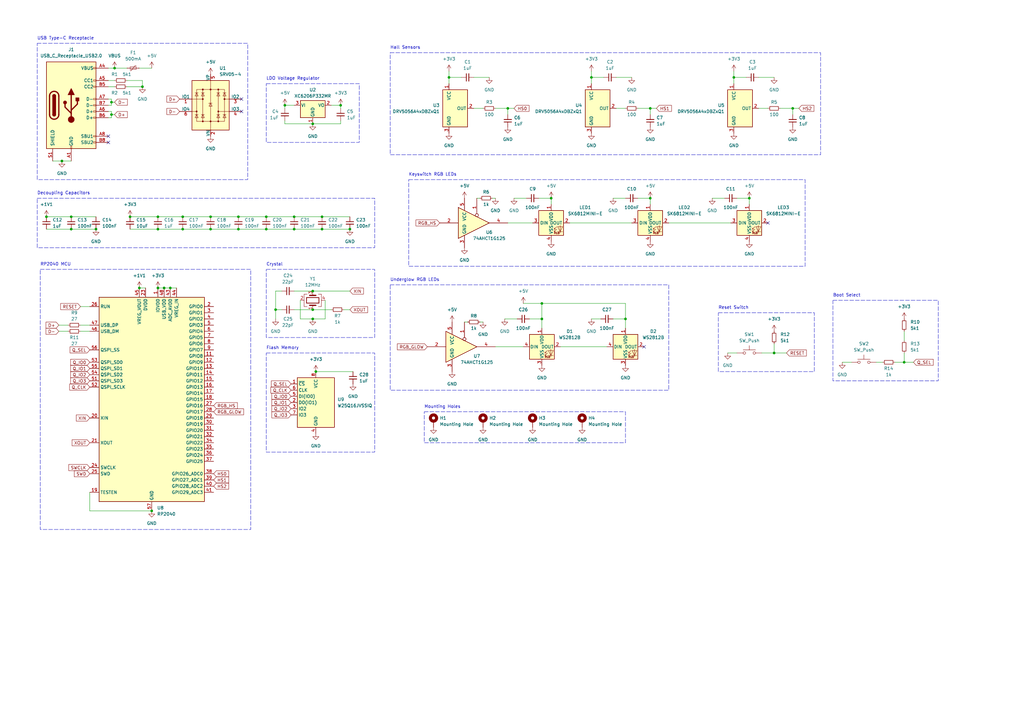
<source format=kicad_sch>
(kicad_sch (version 20230121) (generator eeschema)
  (paper "A3")
  (title_block (title "Harukapad") (rev "1"))
  (junction (at 129.54 152.4))
  (junction (at 25.4 66.04))
  (junction (at 222.25 130.81))
  (junction (at 120.65 93.98))
  (junction (at 242.57 31.75))
  (junction (at 19.05 88.9))
  (junction (at 57.15 118.11))
  (junction (at 317.5 144.78))
  (junction (at 132.08 88.9))
  (junction (at 53.34 88.9))
  (junction (at 222.25 124.46))
  (junction (at 132.08 93.98))
  (junction (at 128.27 130.81))
  (junction (at 256.54 130.81))
  (junction (at 74.93 88.9))
  (junction (at 113.03 127))
  (junction (at 29.21 93.98))
  (junction (at 69.85 118.11))
  (junction (at 307.34 81.28))
  (junction (at 266.7 44.45))
  (junction (at 128.27 119.38))
  (junction (at 116.84 43.18))
  (junction (at 128.27 50.8))
  (junction (at 46.99 27.94))
  (junction (at 97.79 93.98))
  (junction (at 64.77 93.98))
  (junction (at 300.99 31.75))
  (junction (at 45.72 46.99))
  (junction (at 39.37 93.98))
  (junction (at 29.21 88.9))
  (junction (at 226.06 81.28))
  (junction (at 143.51 93.98))
  (junction (at 109.22 93.98))
  (junction (at 184.15 31.75))
  (junction (at 139.7 43.18))
  (junction (at 109.22 88.9))
  (junction (at 128.27 127))
  (junction (at 120.65 88.9))
  (junction (at 325.12 44.45))
  (junction (at 86.36 88.9))
  (junction (at 64.77 88.9))
  (junction (at 58.42 35.56))
  (junction (at 64.77 118.11))
  (junction (at 45.72 41.91))
  (junction (at 74.93 93.98))
  (junction (at 67.31 118.11))
  (junction (at 370.84 148.59))
  (junction (at 86.36 93.98))
  (junction (at 208.28 44.45))
  (junction (at 97.79 88.9))
  (junction (at 62.23 209.55))
  (junction (at 266.7 81.28))
  (no_connect (at 99.06 40.64))
  (no_connect (at 44.45 58.42))
  (no_connect (at 314.96 91.44))
  (no_connect (at 44.45 55.88))
  (no_connect (at 99.06 45.72))
  (no_connect (at 264.16 142.24))
  (wire (pts (xy 109.22 93.98) (xy 120.65 93.98)))
  (wire (pts (xy 207.01 130.81) (xy 212.09 130.81)))
  (wire (pts (xy 123.19 130.81) (xy 128.27 130.81)))
  (wire (pts (xy 229.87 142.24) (xy 248.92 142.24)))
  (wire (pts (xy 116.84 49.53) (xy 116.84 50.8)))
  (wire (pts (xy 46.99 27.94) (xy 44.45 27.94)))
  (wire (pts (xy 222.25 130.81) (xy 222.25 134.62)))
  (wire (pts (xy 74.93 88.9) (xy 86.36 88.9)))
  (wire (pts (xy 203.2 142.24) (xy 214.63 142.24)))
  (wire (pts (xy 194.31 31.75) (xy 200.66 31.75)))
  (wire (pts (xy 317.5 144.78) (xy 322.58 144.78)))
  (wire (pts (xy 139.7 49.53) (xy 139.7 50.8)))
  (wire (pts (xy 132.08 88.9) (xy 143.51 88.9)))
  (wire (pts (xy 222.25 124.46) (xy 222.25 130.81)))
  (wire (pts (xy 220.98 81.28) (xy 226.06 81.28)))
  (wire (pts (xy 252.73 31.75) (xy 259.08 31.75)))
  (wire (pts (xy 208.28 91.44) (xy 218.44 91.44)))
  (wire (pts (xy 109.22 88.9) (xy 120.65 88.9)))
  (wire (pts (xy 46.99 33.02) (xy 44.45 33.02)))
  (wire (pts (xy 139.7 43.18) (xy 139.7 44.45)))
  (wire (pts (xy 128.27 119.38) (xy 143.51 119.38)))
  (wire (pts (xy 256.54 130.81) (xy 256.54 134.62)))
  (wire (pts (xy 222.25 124.46) (xy 256.54 124.46)))
  (wire (pts (xy 44.45 43.18) (xy 45.72 43.18)))
  (wire (pts (xy 311.15 44.45) (xy 314.96 44.45)))
  (wire (pts (xy 307.34 81.28) (xy 307.34 83.82)))
  (wire (pts (xy 320.04 44.45) (xy 325.12 44.45)))
  (wire (pts (xy 252.73 44.45) (xy 256.54 44.45)))
  (wire (pts (xy 53.34 93.98) (xy 64.77 93.98)))
  (wire (pts (xy 45.72 43.18) (xy 45.72 41.91)))
  (wire (pts (xy 57.15 27.94) (xy 62.23 27.94)))
  (wire (pts (xy 29.21 88.9) (xy 39.37 88.9)))
  (wire (pts (xy 242.57 31.75) (xy 242.57 34.29)))
  (wire (pts (xy 210.82 81.28) (xy 215.9 81.28)))
  (wire (pts (xy 370.84 144.78) (xy 370.84 148.59)))
  (wire (pts (xy 67.31 118.11) (xy 69.85 118.11)))
  (wire (pts (xy 325.12 44.45) (xy 327.66 44.45)))
  (wire (pts (xy 251.46 81.28) (xy 256.54 81.28)))
  (wire (pts (xy 256.54 124.46) (xy 256.54 130.81)))
  (wire (pts (xy 345.44 148.59) (xy 349.25 148.59)))
  (wire (pts (xy 226.06 81.28) (xy 226.06 83.82)))
  (wire (pts (xy 292.1 81.28) (xy 297.18 81.28)))
  (wire (pts (xy 135.89 43.18) (xy 139.7 43.18)))
  (wire (pts (xy 36.83 209.55) (xy 62.23 209.55)))
  (wire (pts (xy 86.36 93.98) (xy 97.79 93.98)))
  (wire (pts (xy 261.62 44.45) (xy 266.7 44.45)))
  (wire (pts (xy 69.85 118.11) (xy 72.39 118.11)))
  (wire (pts (xy 44.45 40.64) (xy 45.72 40.64)))
  (wire (pts (xy 24.13 133.35) (xy 27.94 133.35)))
  (wire (pts (xy 33.02 135.89) (xy 36.83 135.89)))
  (wire (pts (xy 120.65 119.38) (xy 128.27 119.38)))
  (wire (pts (xy 300.99 31.75) (xy 300.99 34.29)))
  (wire (pts (xy 116.84 43.18) (xy 116.84 44.45)))
  (wire (pts (xy 251.46 130.81) (xy 256.54 130.81)))
  (wire (pts (xy 21.59 66.04) (xy 25.4 66.04)))
  (wire (pts (xy 120.65 88.9) (xy 132.08 88.9)))
  (wire (pts (xy 120.65 127) (xy 128.27 127)))
  (wire (pts (xy 194.31 44.45) (xy 198.12 44.45)))
  (wire (pts (xy 33.02 133.35) (xy 36.83 133.35)))
  (wire (pts (xy 86.36 88.9) (xy 97.79 88.9)))
  (wire (pts (xy 208.28 44.45) (xy 210.82 44.45)))
  (wire (pts (xy 214.63 124.46) (xy 222.25 124.46)))
  (wire (pts (xy 97.79 88.9) (xy 109.22 88.9)))
  (wire (pts (xy 133.35 130.81) (xy 128.27 130.81)))
  (wire (pts (xy 242.57 130.81) (xy 246.38 130.81)))
  (wire (pts (xy 45.72 41.91) (xy 46.99 41.91)))
  (wire (pts (xy 367.03 148.59) (xy 370.84 148.59)))
  (wire (pts (xy 184.15 29.21) (xy 184.15 31.75)))
  (wire (pts (xy 120.65 93.98) (xy 132.08 93.98)))
  (wire (pts (xy 57.15 118.11) (xy 59.69 118.11)))
  (wire (pts (xy 44.45 45.72) (xy 45.72 45.72)))
  (wire (pts (xy 52.07 35.56) (xy 58.42 35.56)))
  (wire (pts (xy 29.21 93.98) (xy 39.37 93.98)))
  (wire (pts (xy 317.5 140.97) (xy 317.5 144.78)))
  (wire (pts (xy 191.77 132.08) (xy 190.5 132.08)))
  (wire (pts (xy 242.57 31.75) (xy 247.65 31.75)))
  (wire (pts (xy 274.32 91.44) (xy 299.72 91.44)))
  (wire (pts (xy 201.93 81.28) (xy 203.2 81.28)))
  (wire (pts (xy 113.03 127) (xy 113.03 130.81)))
  (wire (pts (xy 129.54 152.4) (xy 144.78 152.4)))
  (wire (pts (xy 123.19 123.19) (xy 123.19 130.81)))
  (wire (pts (xy 64.77 118.11) (xy 67.31 118.11)))
  (wire (pts (xy 25.4 66.04) (xy 29.21 66.04)))
  (wire (pts (xy 19.05 88.9) (xy 29.21 88.9)))
  (wire (pts (xy 302.26 81.28) (xy 307.34 81.28)))
  (wire (pts (xy 261.62 81.28) (xy 266.7 81.28)))
  (wire (pts (xy 36.83 201.93) (xy 36.83 209.55)))
  (wire (pts (xy 44.45 35.56) (xy 46.99 35.56)))
  (wire (pts (xy 128.27 127) (xy 135.89 127)))
  (wire (pts (xy 24.13 135.89) (xy 27.94 135.89)))
  (wire (pts (xy 113.03 119.38) (xy 113.03 127)))
  (wire (pts (xy 19.05 93.98) (xy 29.21 93.98)))
  (wire (pts (xy 45.72 40.64) (xy 45.72 41.91)))
  (wire (pts (xy 184.15 31.75) (xy 184.15 34.29)))
  (wire (pts (xy 311.15 31.75) (xy 317.5 31.75)))
  (wire (pts (xy 208.28 44.45) (xy 208.28 46.99)))
  (wire (pts (xy 196.85 132.08) (xy 198.12 132.08)))
  (wire (pts (xy 45.72 45.72) (xy 45.72 46.99)))
  (wire (pts (xy 266.7 44.45) (xy 269.24 44.45)))
  (wire (pts (xy 266.7 44.45) (xy 266.7 46.99)))
  (wire (pts (xy 115.57 119.38) (xy 113.03 119.38)))
  (wire (pts (xy 298.45 144.78) (xy 302.26 144.78)))
  (wire (pts (xy 33.02 125.73) (xy 36.83 125.73)))
  (wire (pts (xy 217.17 130.81) (xy 222.25 130.81)))
  (wire (pts (xy 116.84 50.8) (xy 128.27 50.8)))
  (wire (pts (xy 44.45 48.26) (xy 45.72 48.26)))
  (wire (pts (xy 196.85 81.28) (xy 195.58 81.28)))
  (wire (pts (xy 242.57 29.21) (xy 242.57 31.75)))
  (wire (pts (xy 300.99 29.21) (xy 300.99 31.75)))
  (wire (pts (xy 64.77 93.98) (xy 74.93 93.98)))
  (wire (pts (xy 58.42 33.02) (xy 58.42 35.56)))
  (wire (pts (xy 116.84 43.18) (xy 120.65 43.18)))
  (wire (pts (xy 64.77 88.9) (xy 74.93 88.9)))
  (wire (pts (xy 266.7 81.28) (xy 266.7 83.82)))
  (wire (pts (xy 139.7 50.8) (xy 128.27 50.8)))
  (wire (pts (xy 133.35 123.19) (xy 133.35 130.81)))
  (wire (pts (xy 97.79 93.98) (xy 109.22 93.98)))
  (wire (pts (xy 312.42 144.78) (xy 317.5 144.78)))
  (wire (pts (xy 74.93 93.98) (xy 86.36 93.98)))
  (wire (pts (xy 233.68 91.44) (xy 259.08 91.44)))
  (wire (pts (xy 52.07 27.94) (xy 46.99 27.94)))
  (wire (pts (xy 45.72 48.26) (xy 45.72 46.99)))
  (wire (pts (xy 203.2 44.45) (xy 208.28 44.45)))
  (wire (pts (xy 53.34 88.9) (xy 64.77 88.9)))
  (wire (pts (xy 370.84 148.59) (xy 374.65 148.59)))
  (wire (pts (xy 184.15 31.75) (xy 189.23 31.75)))
  (wire (pts (xy 359.41 148.59) (xy 361.95 148.59)))
  (wire (pts (xy 52.07 33.02) (xy 58.42 33.02)))
  (wire (pts (xy 140.97 127) (xy 143.51 127)))
  (wire (pts (xy 300.99 31.75) (xy 306.07 31.75)))
  (wire (pts (xy 370.84 135.89) (xy 370.84 139.7)))
  (wire (pts (xy 325.12 44.45) (xy 325.12 46.99)))
  (wire (pts (xy 45.72 46.99) (xy 46.99 46.99)))
  (wire (pts (xy 113.03 127) (xy 115.57 127)))
  (wire (pts (xy 132.08 93.98) (xy 143.51 93.98)))
  (rectangle (start 109.22 110.49) (end 153.67 138.43) (stroke (width 0) (type dash)))
  (rectangle (start 109.22 34.29) (end 147.32 58.42) (stroke (width 0) (type dash)))
  (rectangle (start 173.99 168.91) (end 256.54 181.61) (stroke (width 0) (type dash)))
  (rectangle (start 15.24 81.28) (end 153.67 101.6) (stroke (width 0) (type dash)))
  (rectangle (start 109.22 144.78) (end 153.67 185.42) (stroke (width 0) (type dash)))
  (rectangle (start 167.64 73.66) (end 330.2 109.22) (stroke (width 0) (type dash)))
  (rectangle (start 160.02 21.59) (end 336.55 63.5) (stroke (width 0) (type dash)))
  (rectangle (start 160.02 116.84) (end 274.32 160.02) (stroke (width 0) (type dash)))
  (rectangle (start 15.24 17.78) (end 101.6 73.66) (stroke (width 0) (type dash)))
  (rectangle (start 294.64 128.27) (end 334.01 152.4) (stroke (width 0) (type dash)))
  (rectangle (start 16.51 110.49) (end 102.87 217.17) (stroke (width 0) (type dash)))
  (rectangle (start 341.63 123.19) (end 384.81 156.21) (stroke (width 0) (type dash)))
  (text "Reset Switch" (at 294.64 127 0) (effects (font (size 1.27 1.27)) (justify left bottom)))
  (text "Keyswitch RGB LEDs" (at 167.64 72.39 0) (effects (font (size 1.27 1.27)) (justify left bottom)))
  (text "USB Type-C Receptacle" (at 15.24 16.51 0) (effects (font (size 1.27 1.27)) (justify left bottom)))
  (text "Mounting Holes" (at 173.99 167.64 0) (effects (font (size 1.27 1.27)) (justify left bottom)))
  (text "Decoupling Capacitors" (at 15.24 80.01 0) (effects (font (size 1.27 1.27)) (justify left bottom)))
  (text "LDO Voltage Regulator" (at 109.22 33.02 0) (effects (font (size 1.27 1.27)) (justify left bottom)))
  (text "Hall Sensors" (at 160.02 20.32 0) (effects (font (size 1.27 1.27)) (justify left bottom)))
  (text "Underglow RGB LEDs" (at 160.02 115.57 0) (effects (font (size 1.27 1.27)) (justify left bottom)))
  (text "RP2040 MCU" (at 16.51 109.22 0) (effects (font (size 1.27 1.27)) (justify left bottom)))
  (text "Flash Memory" (at 109.22 143.51 0) (effects (font (size 1.27 1.27)) (justify left bottom)))
  (text "Boot Select" (at 341.63 121.92 0) (effects (font (size 1.27 1.27)) (justify left bottom)))
  (text "Crystal" (at 109.22 109.22 0) (effects (font (size 1.27 1.27)) (justify left bottom)))
  (global_label "D+" (shape input) (at 73.66 40.64 180) (property "Intersheetrefs" "${INTERSHEET_REFS}" (effects hide)))
  (global_label "RGB_HS" (shape input) (at 180.34 91.44 180) (property "Intersheetrefs" "${INTERSHEET_REFS}" (effects hide)))
  (global_label "Q_SEL" (shape input) (at 374.65 148.59 0) (property "Intersheetrefs" "${INTERSHEET_REFS}" (effects hide)))
  (global_label "XIN" (shape input) (at 36.83 171.45 180) (property "Intersheetrefs" "${INTERSHEET_REFS}" (effects hide)))
  (global_label "XIN" (shape input) (at 143.51 119.38 0) (property "Intersheetrefs" "${INTERSHEET_REFS}" (effects hide)))
  (global_label "D-" (shape input) (at 46.99 41.91 0) (property "Intersheetrefs" "${INTERSHEET_REFS}" (effects hide)))
  (global_label "HS2" (shape input) (at 327.66 44.45 0) (property "Intersheetrefs" "${INTERSHEET_REFS}" (effects hide)))
  (global_label "RESET" (shape input) (at 322.58 144.78 0) (property "Intersheetrefs" "${INTERSHEET_REFS}" (effects hide)))
  (global_label "D-" (shape input) (at 73.66 45.72 180) (property "Intersheetrefs" "${INTERSHEET_REFS}" (effects hide)))
  (global_label "Q_CLK" (shape input) (at 119.38 160.02 180) (property "Intersheetrefs" "${INTERSHEET_REFS}" (effects hide)))
  (global_label "RGB_GLOW" (shape input) (at 175.26 142.24 180) (property "Intersheetrefs" "${INTERSHEET_REFS}" (effects hide)))
  (global_label "HS2" (shape input) (at 87.63 199.39 0) (property "Intersheetrefs" "${INTERSHEET_REFS}" (effects hide)))
  (global_label "HS1" (shape input) (at 87.63 196.85 0) (property "Intersheetrefs" "${INTERSHEET_REFS}" (effects hide)))
  (global_label "RGB_GLOW" (shape input) (at 87.63 168.91 0) (property "Intersheetrefs" "${INTERSHEET_REFS}" (effects hide)))
  (global_label "XOUT" (shape input) (at 143.51 127 0) (property "Intersheetrefs" "${INTERSHEET_REFS}" (effects hide)))
  (global_label "Q_IO0" (shape input) (at 36.83 148.59 180) (property "Intersheetrefs" "${INTERSHEET_REFS}" (effects hide)))
  (global_label "Q_IO3" (shape input) (at 119.38 170.18 180) (property "Intersheetrefs" "${INTERSHEET_REFS}" (effects hide)))
  (global_label "Q_IO0" (shape input) (at 119.38 162.56 180) (property "Intersheetrefs" "${INTERSHEET_REFS}" (effects hide)))
  (global_label "D+" (shape input) (at 24.13 133.35 180) (property "Intersheetrefs" "${INTERSHEET_REFS}" (effects hide)))
  (global_label "RESET" (shape input) (at 33.02 125.73 180) (property "Intersheetrefs" "${INTERSHEET_REFS}" (effects hide)))
  (global_label "Q_SEL" (shape input) (at 36.83 143.51 180) (property "Intersheetrefs" "${INTERSHEET_REFS}" (effects hide)))
  (global_label "RGB_HS" (shape input) (at 87.63 166.37 0) (property "Intersheetrefs" "${INTERSHEET_REFS}" (effects hide)))
  (global_label "Q_IO1" (shape input) (at 119.38 165.1 180) (property "Intersheetrefs" "${INTERSHEET_REFS}" (effects hide)))
  (global_label "Q_SEL" (shape input) (at 119.38 157.48 180) (property "Intersheetrefs" "${INTERSHEET_REFS}" (effects hide)))
  (global_label "Q_CLK" (shape input) (at 36.83 158.75 180) (property "Intersheetrefs" "${INTERSHEET_REFS}" (effects hide)))
  (global_label "SWCLK" (shape input) (at 36.83 191.77 180) (property "Intersheetrefs" "${INTERSHEET_REFS}" (effects hide)))
  (global_label "HS0" (shape input) (at 210.82 44.45 0) (property "Intersheetrefs" "${INTERSHEET_REFS}" (effects hide)))
  (global_label "SWD" (shape input) (at 36.83 194.31 180) (property "Intersheetrefs" "${INTERSHEET_REFS}" (effects hide)))
  (global_label "D-" (shape input) (at 24.13 135.89 180) (property "Intersheetrefs" "${INTERSHEET_REFS}" (effects hide)))
  (global_label "HS0" (shape input) (at 87.63 194.31 0) (property "Intersheetrefs" "${INTERSHEET_REFS}" (effects hide)))
  (global_label "Q_IO2" (shape input) (at 119.38 167.64 180) (property "Intersheetrefs" "${INTERSHEET_REFS}" (effects hide)))
  (global_label "XOUT" (shape input) (at 36.83 181.61 180) (property "Intersheetrefs" "${INTERSHEET_REFS}" (effects hide)))
  (global_label "Q_IO1" (shape input) (at 36.83 151.13 180) (property "Intersheetrefs" "${INTERSHEET_REFS}" (effects hide)))
  (global_label "Q_IO2" (shape input) (at 36.83 153.67 180) (property "Intersheetrefs" "${INTERSHEET_REFS}" (effects hide)))
  (global_label "HS1" (shape input) (at 269.24 44.45 0) (property "Intersheetrefs" "${INTERSHEET_REFS}" (effects hide)))
  (global_label "Q_IO3" (shape input) (at 36.83 156.21 180) (property "Intersheetrefs" "${INTERSHEET_REFS}" (effects hide)))
  (global_label "D+" (shape input) (at 46.99 46.99 0) (property "Intersheetrefs" "${INTERSHEET_REFS}" (effects hide)))
  (symbol (lib_id "power:GND") (at 266.7 52.07 0) (unit 1)
    (property "Reference" "#PWR015" (effects hide))
    (property "Value" "GND" (at 266.7 57.15 0))
  )
  (symbol (lib_id "power:GND") (at 58.42 35.56 0) (unit 1)
    (property "Reference" "#PWR010" (effects hide))
    (property "Value" "GND" (at 58.42 40.64 0))
  )
  (symbol (lib_id "power:GND") (at 198.12 175.26 0) (unit 1)
    (property "Reference" "#PWR059" (effects hide))
    (property "Value" "GND" (at 198.12 180.34 0))
  )
  (symbol (lib_id "power:GND") (at 266.7 99.06 0) (unit 1)
    (property "Reference" "#PWR035" (effects hide))
    (property "Value" "GND" (at 266.7 104.14 0))
  )
  (symbol (lib_id "Device:C_Small") (at 266.7 49.53 180) (unit 1)
    (property "Reference" "C7" (at 269.24 48.2536 0) (effects (justify right)))
    (property "Value" "1uF" (at 269.24 50.7936 0) (effects (justify right)))
    (property "Footprint" "Capacitor_SMD:C_0402_1005Metric" (effects hide))
    (property "LCSC" "C52923" (effects hide))
  )
  (symbol (lib_id "Device:C_Small") (at 191.77 31.75 90) (unit 1)
    (property "Reference" "C1" (at 191.7763 25.4 90))
    (property "Value" "1uF" (at 191.7763 27.94 90))
    (property "Footprint" "Capacitor_SMD:C_0402_1005Metric" (effects hide))
    (property "LCSC" "C52923" (effects hide))
  )
  (symbol (lib_id "power:GND") (at 62.23 209.55 0) (unit 1)
    (property "Reference" "#PWR057" (effects hide))
    (property "Value" "GND" (at 62.23 214.63 0))
  )
  (symbol (lib_id "Device:C_Small") (at 120.65 91.44 0) (unit 1)
    (property "Reference" "C21" (at 123.19 90.1763 0) (effects (justify left)))
    (property "Value" "100nF" (at 123.19 92.7163 0) (effects (justify left)))
    (property "Footprint" "Capacitor_SMD:C_0402_1005Metric" (effects hide))
    (property "LCSC" "C1525" (effects hide))
  )
  (symbol (lib_id "power:GND") (at 218.44 175.26 0) (unit 1)
    (property "Reference" "#PWR060" (effects hide))
    (property "Value" "GND" (at 218.44 180.34 0))
  )
  (symbol (lib_id "Device:C_Small") (at 218.44 81.28 90) (mirror x) (unit 1)
    (property "Reference" "C9" (at 218.44 77.47 90))
    (property "Value" "100nF" (at 218.44 85.09 90))
    (property "Footprint" "Capacitor_SMD:C_0402_1005Metric" (effects hide))
    (property "LCSC" "C1525" (effects hide))
  )
  (symbol (lib_id "power:GND") (at 25.4 66.04 0) (unit 1)
    (property "Reference" "#PWR021" (effects hide))
    (property "Value" "GND" (at 25.4 71.12 0))
  )
  (symbol (lib_id "Switch:SW_Push") (at 307.34 144.78 0) (unit 1)
    (property "Reference" "SW1" (at 307.34 137.16 0))
    (property "Value" "SW_Push" (at 307.34 139.7 0))
    (property "Footprint" "Button_Switch_SMD:SW_SPST_TL3342" (effects hide))
    (property "LCSC" "C318884" (effects hide))
  )
  (symbol (lib_id "Device:C_Small") (at 208.28 49.53 180) (unit 1)
    (property "Reference" "C6" (at 210.82 48.2536 0) (effects (justify right)))
    (property "Value" "1uF" (at 210.82 50.7936 0) (effects (justify right)))
    (property "Footprint" "Capacitor_SMD:C_0402_1005Metric" (effects hide))
    (property "LCSC" "C52923" (effects hide))
  )
  (symbol (lib_id "Device:C_Small") (at 214.63 130.81 90) (mirror x) (unit 1)
    (property "Reference" "C26" (at 214.63 127 90))
    (property "Value" "100nF" (at 214.63 134.62 90))
    (property "Footprint" "Capacitor_SMD:C_0402_1005Metric" (effects hide))
    (property "LCSC" "C1525" (effects hide))
  )
  (symbol (lib_id "power:GND") (at 113.03 130.81 0) (unit 1)
    (property "Reference" "#PWR041" (effects hide))
    (property "Value" "GND" (at 113.03 135.89 0))
  )
  (symbol (lib_id "Device:C_Small") (at 118.11 127 90) (mirror x) (unit 1)
    (property "Reference" "C25" (at 118.11 130.81 90))
    (property "Value" "22pF" (at 118.1037 133.35 90))
    (property "Footprint" "Capacitor_SMD:C_0402_1005Metric" (effects hide))
    (property "LCSC" "C1555" (effects hide))
  )
  (symbol (lib_id "power:GND") (at 200.66 31.75 0) (unit 1)
    (property "Reference" "#PWR07" (effects hide))
    (property "Value" "GND" (at 200.66 36.83 0))
  )
  (symbol (lib_id "power:+5V") (at 266.7 81.28 0) (unit 1)
    (property "Reference" "#PWR027" (effects hide))
    (property "Value" "+5V" (at 266.7 76.2 0))
  )
  (symbol (lib_id "Regulator_Linear:XC6206PxxxMR") (at 128.27 43.18 0) (unit 1)
    (property "Reference" "U2" (at 128.27 36.83 0))
    (property "Value" "XC6206P332MR" (at 128.27 39.37 0))
    (property "Footprint" "Package_TO_SOT_SMD:SOT-23-3" (effects hide))
    (property "Datasheet" "https://www.torexsemi.com/file/xc6206/XC6206.pdf" (effects hide))
    (property "LCSC" "C5446" (effects hide))
  )
  (symbol (lib_id "power:GND") (at 208.28 52.07 0) (unit 1)
    (property "Reference" "#PWR014" (effects hide))
    (property "Value" "GND" (at 208.28 57.15 0))
  )
  (symbol (lib_id "LED:WS2812B") (at 222.25 142.24 0) (unit 1)
    (property "Reference" "D1" (at 233.68 135.89 0))
    (property "Value" "WS2812B" (at 233.68 138.43 0))
    (property "Footprint" "LED_SMD:LED_WS2812B_PLCC4_5.0x5.0mm_P3.2mm" (effects hide))
    (property "Datasheet" "https://cdn-shop.adafruit.com/datasheets/WS2812B.pdf" (effects hide))
    (property "LCSC" "C2761795" (effects hide))
  )
  (symbol (lib_id "power:+5V") (at 62.23 27.94 0) (unit 1)
    (property "Reference" "#PWR02" (effects hide))
    (property "Value" "+5V" (at 62.23 22.86 0))
  )
  (symbol (lib_id "Custom:DRV5056A4xDBZxQ1") (at 186.69 44.45 0) (unit 1)
    (property "Reference" "U3" (at 180.34 43.18 0) (effects (justify right)))
    (property "Value" "DRV5056A4xDBZxQ1" (at 180.34 45.72 0) (effects (justify right)))
    (property "Footprint" "Custom:KS-20-1U-DRV5056" (effects hide))
    (property "Datasheet" "https://www.ti.com/lit/ds/symlink/drv5056.pdf" (effects hide))
    (property "LCSC" "C2152902" (effects hide))
  )
  (symbol (lib_id "power:GND") (at 128.27 50.8 0) (unit 1)
    (property "Reference" "#PWR013" (effects hide))
    (property "Value" "GND" (at 128.27 55.88 0))
  )
  (symbol (lib_id "Device:R_Small") (at 317.5 138.43 0) (unit 1)
    (property "Reference" "R12" (at 320.04 137.16 0) (effects (justify left)))
    (property "Value" "5k1" (at 320.04 139.7 0) (effects (justify left)))
    (property "Footprint" "Resistor_SMD:R_0402_1005Metric" (effects hide))
    (property "LCSC" "C25905" (effects hide))
  )
  (symbol (lib_id "Device:C_Small") (at 29.21 91.44 0) (unit 1)
    (property "Reference" "C13" (at 31.75 90.1763 0) (effects (justify left)))
    (property "Value" "100nF" (at 31.75 92.7163 0) (effects (justify left)))
    (property "Footprint" "Capacitor_SMD:C_0402_1005Metric" (effects hide))
    (property "LCSC" "C1525" (effects hide))
  )
  (symbol (lib_id "power:+5V") (at 214.63 124.46 0) (unit 1)
    (property "Reference" "#PWR040" (effects hide))
    (property "Value" "+5V" (at 214.63 119.38 0))
  )
  (symbol (lib_id "Device:R_Small") (at 364.49 148.59 90) (unit 1)
    (property "Reference" "R14" (at 364.49 151.13 90))
    (property "Value" "1k" (at 364.49 153.67 90))
    (property "Footprint" "Resistor_SMD:R_0402_1005Metric" (effects hide))
    (property "LCSC" "C11702" (effects hide))
  )
  (symbol (lib_id "Device:C_Small") (at 86.36 91.44 0) (unit 1)
    (property "Reference" "C18" (at 88.9 90.1763 0) (effects (justify left)))
    (property "Value" "100nF" (at 88.9 92.7163 0) (effects (justify left)))
    (property "Footprint" "Capacitor_SMD:C_0402_1005Metric" (effects hide))
    (property "LCSC" "C1525" (effects hide))
  )
  (symbol (lib_id "power:GND") (at 300.99 54.61 0) (unit 1)
    (property "Reference" "#PWR019" (effects hide))
    (property "Value" "GND" (at 300.99 59.69 0))
  )
  (symbol (lib_id "Device:Crystal_GND24") (at 128.27 123.19 90) (unit 1)
    (property "Reference" "Y1" (at 128.27 114.3 90))
    (property "Value" "12MHz" (at 128.27 116.84 90))
    (property "Footprint" "Crystal:Crystal_SMD_3225-4Pin_3.2x2.5mm" (effects hide))
    (property "LCSC" "C9002" (effects hide))
  )
  (symbol (lib_id "power:+5V") (at 86.36 30.48 0) (unit 1)
    (property "Reference" "#PWR06" (effects hide))
    (property "Value" "+5V" (at 86.36 25.4 0))
  )
  (symbol (lib_id "power:+3V3") (at 139.7 43.18 0) (unit 1)
    (property "Reference" "#PWR012" (effects hide))
    (property "Value" "+3V3" (at 139.7 38.1 0))
  )
  (symbol (lib_id "power:GND") (at 292.1 81.28 0) (unit 1)
    (property "Reference" "#PWR028" (effects hide))
    (property "Value" "GND" (at 292.1 86.36 0))
  )
  (symbol (lib_id "Device:C_Small") (at 116.84 46.99 0) (mirror y) (unit 1)
    (property "Reference" "C4" (at 114.3 45.7263 0) (effects (justify left)))
    (property "Value" "1uF" (at 114.3 48.2663 0) (effects (justify left)))
    (property "Footprint" "Capacitor_SMD:C_0402_1005Metric" (effects hide))
    (property "LCSC" "C52923" (effects hide))
  )
  (symbol (lib_id "Device:C_Small") (at 250.19 31.75 90) (unit 1)
    (property "Reference" "C2" (at 250.1963 25.4 90))
    (property "Value" "1uF" (at 250.1963 27.94 90))
    (property "Footprint" "Capacitor_SMD:C_0402_1005Metric" (effects hide))
    (property "LCSC" "C52923" (effects hide))
  )
  (symbol (lib_id "power:GND") (at 207.01 130.81 0) (unit 1)
    (property "Reference" "#PWR043" (effects hide))
    (property "Value" "GND" (at 207.01 135.89 0))
  )
  (symbol (lib_id "Device:R_Small") (at 370.84 133.35 0) (unit 1)
    (property "Reference" "R10" (at 373.38 132.08 0) (effects (justify left)))
    (property "Value" "5k1" (at 373.38 134.62 0) (effects (justify left)))
    (property "Footprint" "Resistor_SMD:R_0402_1005Metric" (effects hide))
    (property "LCSC" "C25905" (effects hide))
  )
  (symbol (lib_id "Mechanical:MountingHole_Pad") (at 198.12 172.72 0) (unit 1) (in_bom no)
    (property "Reference" "H2" (at 200.66 171.45 0) (effects (justify left)))
    (property "Value" "Mounting Hole" (at 200.66 173.99 0) (effects (justify left)))
    (property "Footprint" "MountingHole:MountingHole_3.5mm_Pad" (effects hide))
  )
  (symbol (lib_id "power:GND") (at 198.12 132.08 0) (unit 1)
    (property "Reference" "#PWR047" (effects hide))
    (property "Value" "GND" (at 198.12 137.16 0))
  )
  (symbol (lib_id "PCM_marbastlib-various:SRV05-4") (at 86.36 43.18 0) (unit 1)
    (property "Reference" "U1" (at 89.9861 27.94 0) (effects (justify left)))
    (property "Value" "SRV05-4" (at 89.9861 30.48 0) (effects (justify left)))
    (property "Footprint" "PCM_marbastlib-various:SOT-23-6-routable" (effects hide))
    (property "Datasheet" "http://www.onsemi.com/pub/Collateral/SRV05-4-D.PDF" (effects hide))
    (property "LCSC" "C2836319" (effects hide))
  )
  (symbol (lib_id "Device:Polyfuse_Small") (at 54.61 27.94 270) (unit 1)
    (property "Reference" "F1" (at 54.61 21.59 90))
    (property "Value" "500mA" (at 54.61 24.13 90))
    (property "Footprint" "Fuse:Fuse_1206_3216Metric" (effects hide))
    (property "LCSC" "C170165" (effects hide))
  )
  (symbol (lib_id "Device:R_Small") (at 200.66 44.45 90) (unit 1)
    (property "Reference" "R3" (at 200.66 41.91 90))
    (property "Value" "100" (at 200.66 46.99 90))
    (property "Footprint" "Resistor_SMD:R_0402_1005Metric" (effects hide))
    (property "LCSC" "C25076" (effects hide))
  )
  (symbol (lib_id "Device:C_Small") (at 325.12 49.53 180) (unit 1)
    (property "Reference" "C8" (at 327.66 48.2536 0) (effects (justify right)))
    (property "Value" "1uF" (at 327.66 50.7936 0) (effects (justify right)))
    (property "Footprint" "Capacitor_SMD:C_0402_1005Metric" (effects hide))
    (property "LCSC" "C52923" (effects hide))
  )
  (symbol (lib_id "Device:R_Small") (at 30.48 133.35 90) (unit 1)
    (property "Reference" "R9" (at 30.48 128.27 90))
    (property "Value" "27" (at 30.48 130.81 90))
    (property "Footprint" "Resistor_SMD:R_0402_1005Metric" (effects hide))
    (property "LCSC" "C25100" (effects hide))
  )
  (symbol (lib_id "power:GND") (at 242.57 54.61 0) (unit 1)
    (property "Reference" "#PWR018" (effects hide))
    (property "Value" "GND" (at 242.57 59.69 0))
  )
  (symbol (lib_id "power:GND") (at 251.46 81.28 0) (unit 1)
    (property "Reference" "#PWR026" (effects hide))
    (property "Value" "GND" (at 251.46 86.36 0))
  )
  (symbol (lib_id "power:GND") (at 39.37 93.98 0) (unit 1)
    (property "Reference" "#PWR032" (effects hide))
    (property "Value" "GND" (at 39.37 99.06 0))
  )
  (symbol (lib_id "Device:R_Small") (at 194.31 132.08 90) (unit 1)
    (property "Reference" "R8" (at 194.31 129.54 90))
    (property "Value" "1k" (at 194.31 134.62 90))
    (property "Footprint" "Resistor_SMD:R_0402_1005Metric" (effects hide))
    (property "LCSC" "C11702" (effects hide))
  )
  (symbol (lib_id "Custom:DRV5056A4xDBZxQ1") (at 303.53 44.45 0) (unit 1)
    (property "Reference" "U5" (at 297.18 43.18 0) (effects (justify right)))
    (property "Value" "DRV5056A4xDBZxQ1" (at 297.18 45.72 0) (effects (justify right)))
    (property "Footprint" "Custom:KS-20-1U-DRV5056" (effects hide))
    (property "Datasheet" "https://www.ti.com/lit/ds/symlink/drv5056.pdf" (effects hide))
    (property "LCSC" "C2152902" (effects hide))
  )
  (symbol (lib_id "power:+5V") (at 116.84 43.18 0) (unit 1)
    (property "Reference" "#PWR011" (effects hide))
    (property "Value" "+5V" (at 116.84 38.1 0))
  )
  (symbol (lib_id "Device:C_Small") (at 97.79 91.44 0) (unit 1)
    (property "Reference" "C19" (at 100.33 90.1763 0) (effects (justify left)))
    (property "Value" "100nF" (at 100.33 92.7163 0) (effects (justify left)))
    (property "Footprint" "Capacitor_SMD:C_0402_1005Metric" (effects hide))
    (property "LCSC" "C1525" (effects hide))
  )
  (symbol (lib_id "PCM_marbastlib-mx:MX_SK6812MINI-E") (at 226.06 91.44 0) (unit 1)
    (property "Reference" "LED1" (at 240.03 85.09 0))
    (property "Value" "SK6812MINI-E" (at 240.03 87.63 0))
    (property "Footprint" "PCM_marbastlib-mx:LED_MX_6028R" (effects hide))
    (property "LCSC" "C5149201" (effects hide))
  )
  (symbol (lib_id "Device:C_Small") (at 248.92 130.81 90) (unit 1)
    (property "Reference" "C27" (at 248.92 127 90))
    (property "Value" "100nF" (at 248.92 134.62 90))
    (property "Footprint" "Capacitor_SMD:C_0402_1005Metric" (effects hide))
    (property "LCSC" "C1525" (effects hide))
  )
  (symbol (lib_id "Mechanical:MountingHole_Pad") (at 218.44 172.72 0) (unit 1) (in_bom no)
    (property "Reference" "H3" (at 220.98 171.45 0) (effects (justify left)))
    (property "Value" "Mounting Hole" (at 220.98 173.99 0) (effects (justify left)))
    (property "Footprint" "MountingHole:MountingHole_3.5mm_Pad" (effects hide))
  )
  (symbol (lib_id "Device:C_Small") (at 74.93 91.44 0) (unit 1)
    (property "Reference" "C17" (at 77.47 90.1763 0) (effects (justify left)))
    (property "Value" "100nF" (at 77.47 92.7163 0) (effects (justify left)))
    (property "Footprint" "Capacitor_SMD:C_0402_1005Metric" (effects hide))
    (property "LCSC" "C1525" (effects hide))
  )
  (symbol (lib_id "power:+1V1") (at 57.15 118.11 0) (unit 1)
    (property "Reference" "#PWR038" (effects hide))
    (property "Value" "+1V1" (at 57.15 113.03 0))
  )
  (symbol (lib_id "power:GND") (at 325.12 52.07 0) (unit 1)
    (property "Reference" "#PWR016" (effects hide))
    (property "Value" "GND" (at 325.12 57.15 0))
  )
  (symbol (lib_id "power:VBUS") (at 46.99 27.94 0) (unit 1)
    (property "Reference" "#PWR01" (effects hide))
    (property "Value" "VBUS" (at 46.99 22.86 0))
  )
  (symbol (lib_id "Device:C_Small") (at 109.22 91.44 0) (unit 1)
    (property "Reference" "C20" (at 111.76 90.1763 0) (effects (justify left)))
    (property "Value" "100nF" (at 111.76 92.7163 0) (effects (justify left)))
    (property "Footprint" "Capacitor_SMD:C_0402_1005Metric" (effects hide))
    (property "LCSC" "C1525" (effects hide))
  )
  (symbol (lib_id "power:+3V3") (at 317.5 135.89 0) (unit 1)
    (property "Reference" "#PWR048" (effects hide))
    (property "Value" "+3V3" (at 317.5 130.81 0))
  )
  (symbol (lib_id "power:GND") (at 129.54 177.8 0) (unit 1)
    (property "Reference" "#PWR056" (effects hide))
    (property "Value" "GND" (at 129.54 182.88 0))
  )
  (symbol (lib_id "Device:R_Small") (at 30.48 135.89 90) (mirror x) (unit 1)
    (property "Reference" "R11" (at 30.48 138.43 90))
    (property "Value" "27" (at 30.48 140.97 90))
    (property "Footprint" "Resistor_SMD:R_0402_1005Metric" (effects hide))
    (property "LCSC" "C25100" (effects hide))
  )
  (symbol (lib_id "Device:C_Small") (at 19.05 91.44 0) (unit 1)
    (property "Reference" "C12" (at 21.59 90.1763 0) (effects (justify left)))
    (property "Value" "1uF" (at 21.59 92.7163 0) (effects (justify left)))
    (property "Footprint" "Capacitor_SMD:C_0402_1005Metric" (effects hide))
    (property "LCSC" "C52923" (effects hide))
  )
  (symbol (lib_id "power:GND") (at 86.36 55.88 0) (unit 1)
    (property "Reference" "#PWR020" (effects hide))
    (property "Value" "GND" (at 86.36 60.96 0))
  )
  (symbol (lib_id "power:+3V3") (at 129.54 152.4 0) (unit 1)
    (property "Reference" "#PWR053" (effects hide))
    (property "Value" "+3V3" (at 129.54 147.32 0))
  )
  (symbol (lib_id "power:+3V3") (at 300.99 29.21 0) (unit 1)
    (property "Reference" "#PWR05" (effects hide))
    (property "Value" "+3V3" (at 300.99 24.13 0))
  )
  (symbol (lib_id "PCM_marbastlib-mx:MX_SK6812MINI-E") (at 307.34 91.44 0) (unit 1)
    (property "Reference" "LED3" (at 321.31 85.09 0))
    (property "Value" "SK6812MINI-E" (at 321.31 87.63 0))
    (property "Footprint" "PCM_marbastlib-mx:LED_MX_6028R" (effects hide))
    (property "LCSC" "C5149201" (effects hide))
  )
  (symbol (lib_id "Device:C_Small") (at 144.78 154.94 0) (unit 1)
    (property "Reference" "C28" (at 147.32 153.6763 0) (effects (justify left)))
    (property "Value" "1uF" (at 147.32 156.2163 0) (effects (justify left)))
    (property "Footprint" "Capacitor_SMD:C_0402_1005Metric" (effects hide))
    (property "LCSC" "C52923" (effects hide))
  )
  (symbol (lib_id "Custom:DRV5056A4xDBZxQ1") (at 245.11 44.45 0) (unit 1)
    (property "Reference" "U4" (at 238.76 43.18 0) (effects (justify right)))
    (property "Value" "DRV5056A4xDBZxQ1" (at 238.76 45.72 0) (effects (justify right)))
    (property "Footprint" "Custom:KS-20-1U-DRV5056" (effects hide))
    (property "Datasheet" "https://www.ti.com/lit/ds/symlink/drv5056.pdf" (effects hide))
    (property "LCSC" "C2152902" (effects hide))
  )
  (symbol (lib_id "power:+3V3") (at 64.77 118.11 0) (unit 1)
    (property "Reference" "#PWR039" (effects hide))
    (property "Value" "+3V3" (at 64.77 113.03 0))
  )
  (symbol (lib_id "power:+5V") (at 185.42 132.08 0) (unit 1)
    (property "Reference" "#PWR046" (effects hide))
    (property "Value" "+5V" (at 185.42 127 0))
  )
  (symbol (lib_id "power:GND") (at 298.45 144.78 0) (unit 1)
    (property "Reference" "#PWR049" (effects hide))
    (property "Value" "GND" (at 298.45 149.86 0))
  )
  (symbol (lib_id "Device:C_Small") (at 139.7 46.99 0) (unit 1)
    (property "Reference" "C5" (at 142.24 45.7263 0) (effects (justify left)))
    (property "Value" "1uF" (at 142.24 48.2663 0) (effects (justify left)))
    (property "Footprint" "Capacitor_SMD:C_0402_1005Metric" (effects hide))
    (property "LCSC" "C52923" (effects hide))
  )
  (symbol (lib_id "74xGxx:74AHCT1G125") (at 195.58 91.44 0) (unit 1)
    (property "Reference" "U6" (at 200.66 95.25 0))
    (property "Value" "74AHCT1G125" (at 200.66 97.79 0))
    (property "Footprint" "Package_TO_SOT_SMD:SOT-353_SC-70-5" (effects hide))
    (property "Datasheet" "http://www.ti.com/lit/sg/scyt129e/scyt129e.pdf" (effects hide))
    (property "LCSC" "C151417" (effects hide))
  )
  (symbol (lib_id "power:GND") (at 242.57 130.81 0) (unit 1)
    (property "Reference" "#PWR044" (effects hide))
    (property "Value" "GND" (at 242.57 135.89 0))
  )
  (symbol (lib_id "Device:C_Small") (at 39.37 91.44 0) (unit 1)
    (property "Reference" "C14" (at 41.91 90.1763 0) (effects (justify left)))
    (property "Value" "100nF" (at 41.91 92.7163 0) (effects (justify left)))
    (property "Footprint" "Capacitor_SMD:C_0402_1005Metric" (effects hide))
    (property "LCSC" "C1525" (effects hide))
  )
  (symbol (lib_id "Device:R_Small") (at 49.53 35.56 90) (mirror x) (unit 1)
    (property "Reference" "R2" (at 46.99 38.1 90))
    (property "Value" "5k1" (at 52.07 38.1 90))
    (property "Footprint" "Resistor_SMD:R_0402_1005Metric" (effects hide))
    (property "LCSC" "C25905" (effects hide))
  )
  (symbol (lib_id "power:+3V3") (at 370.84 130.81 0) (unit 1)
    (property "Reference" "#PWR045" (effects hide))
    (property "Value" "+3V3" (at 370.84 125.73 0))
  )
  (symbol (lib_id "Device:C_Small") (at 299.72 81.28 90) (mirror x) (unit 1)
    (property "Reference" "C11" (at 299.72 77.47 90))
    (property "Value" "100nF" (at 299.72 85.09 90))
    (property "Footprint" "Capacitor_SMD:C_0402_1005Metric" (effects hide))
    (property "LCSC" "C1525" (effects hide))
  )
  (symbol (lib_id "power:GND") (at 345.44 148.59 0) (unit 1)
    (property "Reference" "#PWR050" (effects hide))
    (property "Value" "GND" (at 345.44 153.67 0))
  )
  (symbol (lib_id "Device:C_Small") (at 259.08 81.28 90) (mirror x) (unit 1)
    (property "Reference" "C10" (at 259.08 77.47 90))
    (property "Value" "100nF" (at 259.08 85.09 90))
    (property "Footprint" "Capacitor_SMD:C_0402_1005Metric" (effects hide))
    (property "LCSC" "C1525" (effects hide))
  )
  (symbol (lib_id "power:GND") (at 143.51 93.98 0) (unit 1)
    (property "Reference" "#PWR033" (effects hide))
    (property "Value" "GND" (at 143.51 99.06 0))
  )
  (symbol (lib_id "Device:C_Small") (at 118.11 119.38 90) (unit 1)
    (property "Reference" "C24" (at 118.1163 113.03 90))
    (property "Value" "22pF" (at 118.1163 115.57 90))
    (property "Footprint" "Capacitor_SMD:C_0402_1005Metric" (effects hide))
    (property "LCSC" "C1555" (effects hide))
  )
  (symbol (lib_id "Device:R_Small") (at 49.53 33.02 90) (unit 1)
    (property "Reference" "R1" (at 46.99 30.48 90))
    (property "Value" "5k1" (at 52.07 30.48 90))
    (property "Footprint" "Resistor_SMD:R_0402_1005Metric" (effects hide))
    (property "LCSC" "C25905" (effects hide))
  )
  (symbol (lib_id "power:+3V3") (at 242.57 29.21 0) (unit 1)
    (property "Reference" "#PWR04" (effects hide))
    (property "Value" "+3V3" (at 242.57 24.13 0))
  )
  (symbol (lib_id "Device:R_Small") (at 370.84 142.24 0) (unit 1)
    (property "Reference" "R13" (at 373.38 140.97 0) (effects (justify left)))
    (property "Value" "5k1" (at 373.38 143.51 0) (effects (justify left)))
    (property "Footprint" "Resistor_SMD:R_0402_1005Metric" (effects hide))
    (property "LCSC" "C25905" (effects hide))
  )
  (symbol (lib_id "power:GND") (at 177.8 175.26 0) (unit 1)
    (property "Reference" "#PWR058" (effects hide))
    (property "Value" "GND" (at 177.8 180.34 0))
  )
  (symbol (lib_id "Device:R_Small") (at 199.39 81.28 90) (unit 1)
    (property "Reference" "R6" (at 199.39 78.74 90))
    (property "Value" "1k" (at 199.39 83.82 90))
    (property "Footprint" "Resistor_SMD:R_0402_1005Metric" (effects hide))
    (property "LCSC" "C11702" (effects hide))
  )
  (symbol (lib_id "Device:R_Small") (at 138.43 127 90) (unit 1)
    (property "Reference" "R7" (at 138.43 129.54 90))
    (property "Value" "1k" (at 138.43 132.08 90))
    (property "Footprint" "Resistor_SMD:R_0402_1005Metric" (effects hide))
    (property "LCSC" "C11702" (effects hide))
  )
  (symbol (lib_id "power:GND") (at 256.54 149.86 0) (unit 1)
    (property "Reference" "#PWR052" (effects hide))
    (property "Value" "GND" (at 256.54 154.94 0))
  )
  (symbol (lib_id "power:GND") (at 190.5 101.6 0) (unit 1)
    (property "Reference" "#PWR037" (effects hide))
    (property "Value" "GND" (at 190.5 106.68 0))
  )
  (symbol (lib_id "power:+5V") (at 190.5 81.28 0) (unit 1)
    (property "Reference" "#PWR022" (effects hide))
    (property "Value" "+5V" (at 190.5 76.2 0))
  )
  (symbol (lib_id "power:+3V3") (at 184.15 29.21 0) (unit 1)
    (property "Reference" "#PWR03" (effects hide))
    (property "Value" "+3V3" (at 184.15 24.13 0))
  )
  (symbol (lib_id "Device:C_Small") (at 143.51 91.44 0) (unit 1)
    (property "Reference" "C23" (at 146.05 90.1763 0) (effects (justify left)))
    (property "Value" "100nF" (at 146.05 92.7163 0) (effects (justify left)))
    (property "Footprint" "Capacitor_SMD:C_0402_1005Metric" (effects hide))
    (property "LCSC" "C1525" (effects hide))
  )
  (symbol (lib_id "power:GND") (at 317.5 31.75 0) (unit 1)
    (property "Reference" "#PWR09" (effects hide))
    (property "Value" "GND" (at 317.5 36.83 0))
  )
  (symbol (lib_id "power:GND") (at 222.25 149.86 0) (unit 1)
    (property "Reference" "#PWR051" (effects hide))
    (property "Value" "GND" (at 222.25 154.94 0))
  )
  (symbol (lib_id "power:GND") (at 226.06 99.06 0) (unit 1)
    (property "Reference" "#PWR034" (effects hide))
    (property "Value" "GND" (at 226.06 104.14 0))
  )
  (symbol (lib_id "Device:C_Small") (at 308.61 31.75 90) (unit 1)
    (property "Reference" "C3" (at 308.6163 25.4 90))
    (property "Value" "1uF" (at 308.6163 27.94 90))
    (property "Footprint" "Capacitor_SMD:C_0402_1005Metric" (effects hide))
    (property "LCSC" "C52923" (effects hide))
  )
  (symbol (lib_id "power:GND") (at 128.27 130.81 0) (unit 1)
    (property "Reference" "#PWR042" (effects hide))
    (property "Value" "GND" (at 128.27 135.89 0))
  )
  (symbol (lib_id "power:GND") (at 307.34 99.06 0) (unit 1)
    (property "Reference" "#PWR036" (effects hide))
    (property "Value" "GND" (at 307.34 104.14 0))
  )
  (symbol (lib_id "Memory_Flash:W25Q128JVS") (at 129.54 165.1 0) (unit 1)
    (property "Reference" "U9" (at 138.43 163.83 0) (effects (justify left)))
    (property "Value" "W25Q16JVSSIQ" (at 138.43 166.37 0) (effects (justify left)))
    (property "Footprint" "Package_SO:SOIC-8_5.23x5.23mm_P1.27mm" (effects hide))
    (property "Datasheet" "http://www.winbond.com/resource-files/w25q128jv_dtr%20revc%2003272018%20plus.pdf" (effects hide))
    (property "LCSC" "C131025" (effects hide))
  )
  (symbol (lib_id "Device:R_Small") (at 317.5 44.45 90) (unit 1)
    (property "Reference" "R5" (at 317.5 41.91 90))
    (property "Value" "100" (at 317.5 46.99 90))
    (property "Footprint" "Resistor_SMD:R_0402_1005Metric" (effects hide))
    (property "LCSC" "C25076" (effects hide))
  )
  (symbol (lib_id "Device:C_Small") (at 64.77 91.44 0) (unit 1)
    (property "Reference" "C16" (at 67.31 90.1763 0) (effects (justify left)))
    (property "Value" "1uF" (at 67.31 92.7163 0) (effects (justify left)))
    (property "Footprint" "Capacitor_SMD:C_0402_1005Metric" (effects hide))
    (property "LCSC" "C52923" (effects hide))
  )
  (symbol (lib_id "power:+1V1") (at 19.05 88.9 0) (unit 1)
    (property "Reference" "#PWR030" (effects hide))
    (property "Value" "+1V1" (at 19.05 83.82 0))
  )
  (symbol (lib_id "LED:WS2812B") (at 256.54 142.24 0) (unit 1)
    (property "Reference" "D2" (at 267.97 135.89 0))
    (property "Value" "WS2812B" (at 267.97 138.43 0))
    (property "Footprint" "LED_SMD:LED_WS2812B_PLCC4_5.0x5.0mm_P3.2mm" (effects hide))
    (property "Datasheet" "https://cdn-shop.adafruit.com/datasheets/WS2812B.pdf" (effects hide))
    (property "LCSC" "C2761795" (effects hide))
  )
  (symbol (lib_id "power:GND") (at 210.82 81.28 0) (unit 1)
    (property "Reference" "#PWR024" (effects hide))
    (property "Value" "GND" (at 210.82 86.36 0))
  )
  (symbol (lib_id "MCU_RaspberryPi:RP2040") (at 62.23 163.83 0) (unit 1)
    (property "Reference" "U8" (at 64.4241 208.28 0) (effects (justify left)))
    (property "Value" "RP2040" (at 64.4241 210.82 0) (effects (justify left)))
    (property "Footprint" "Package_DFN_QFN:QFN-56-1EP_7x7mm_P0.4mm_EP3.2x3.2mm" (effects hide))
    (property "Datasheet" "https://datasheets.raspberrypi.com/rp2040/rp2040-datasheet.pdf" (effects hide))
    (property "LCSC" "C2040" (effects hide))
  )
  (symbol (lib_id "power:GND") (at 259.08 31.75 0) (unit 1)
    (property "Reference" "#PWR08" (effects hide))
    (property "Value" "GND" (at 259.08 36.83 0))
  )
  (symbol (lib_id "PCM_marbastlib-mx:MX_SK6812MINI-E") (at 266.7 91.44 0) (unit 1)
    (property "Reference" "LED2" (at 280.67 85.09 0))
    (property "Value" "SK6812MINI-E" (at 280.67 87.63 0))
    (property "Footprint" "PCM_marbastlib-mx:LED_MX_6028R" (effects hide))
    (property "LCSC" "C5149201" (effects hide))
  )
  (symbol (lib_id "power:+3V3") (at 53.34 88.9 0) (unit 1)
    (property "Reference" "#PWR031" (effects hide))
    (property "Value" "+3V3" (at 53.34 83.82 0))
  )
  (symbol (lib_id "power:GND") (at 203.2 81.28 0) (unit 1)
    (property "Reference" "#PWR023" (effects hide))
    (property "Value" "GND" (at 203.2 86.36 0))
  )
  (symbol (lib_id "Device:C_Small") (at 132.08 91.44 0) (unit 1)
    (property "Reference" "C22" (at 134.62 90.1763 0) (effects (justify left)))
    (property "Value" "100nF" (at 134.62 92.7163 0) (effects (justify left)))
    (property "Footprint" "Capacitor_SMD:C_0402_1005Metric" (effects hide))
    (property "LCSC" "C1525" (effects hide))
  )
  (symbol (lib_id "power:+5V") (at 307.34 81.28 0) (unit 1)
    (property "Reference" "#PWR029" (effects hide))
    (property "Value" "+5V" (at 307.34 76.2 0))
  )
  (symbol (lib_id "Device:C_Small") (at 53.34 91.44 0) (unit 1)
    (property "Reference" "C15" (at 55.88 90.1763 0) (effects (justify left)))
    (property "Value" "10uF" (at 55.88 92.7163 0) (effects (justify left)))
    (property "Footprint" "Capacitor_SMD:C_0603_1608Metric" (effects hide))
    (property "LCSC" "C19702" (effects hide))
  )
  (symbol (lib_id "Connector:USB_C_Receptacle_USB2.0") (at 29.21 43.18 0) (unit 1)
    (property "Reference" "J1" (at 29.21 20.32 0))
    (property "Value" "USB_C_Receptacle_USB2.0" (at 29.21 22.86 0))
    (property "Footprint" "PCM_marbastlib-various:USB_C_Receptacle_HRO_TYPE-C-31-M-12" (effects hide))
    (property "Datasheet" "https://www.usb.org/sites/default/files/documents/usb_type-c.zip" (effects hide))
    (property "LCSC" "C165948" (effects hide))
  )
  (symbol (lib_id "Device:R_Small") (at 259.08 44.45 90) (unit 1)
    (property "Reference" "R4" (at 259.08 41.91 90))
    (property "Value" "100" (at 259.08 46.99 90))
    (property "Footprint" "Resistor_SMD:R_0402_1005Metric" (effects hide))
    (property "LCSC" "C25076" (effects hide))
  )
  (symbol (lib_id "power:GND") (at 238.76 175.26 0) (unit 1)
    (property "Reference" "#PWR061" (effects hide))
    (property "Value" "GND" (at 238.76 180.34 0))
  )
  (symbol (lib_id "power:GND") (at 184.15 54.61 0) (unit 1)
    (property "Reference" "#PWR017" (effects hide))
    (property "Value" "GND" (at 184.15 59.69 0))
  )
  (symbol (lib_id "power:+5V") (at 226.06 81.28 0) (unit 1)
    (property "Reference" "#PWR025" (effects hide))
    (property "Value" "+5V" (at 226.06 76.2 0))
  )
  (symbol (lib_id "power:GND") (at 144.78 157.48 0) (unit 1)
    (property "Reference" "#PWR055" (effects hide))
    (property "Value" "GND" (at 144.78 162.56 0))
  )
  (symbol (lib_id "Mechanical:MountingHole_Pad") (at 177.8 172.72 0) (unit 1) (in_bom no)
    (property "Reference" "H1" (at 180.34 171.45 0) (effects (justify left)))
    (property "Value" "Mounting Hole" (at 180.34 173.99 0) (effects (justify left)))
    (property "Footprint" "MountingHole:MountingHole_3.5mm_Pad" (effects hide))
  )
  (symbol (lib_id "Mechanical:MountingHole_Pad") (at 238.76 172.72 0) (unit 1) (in_bom no)
    (property "Reference" "H4" (at 241.3 171.45 0) (effects (justify left)))
    (property "Value" "Mounting Hole" (at 241.3 173.99 0) (effects (justify left)))
    (property "Footprint" "MountingHole:MountingHole_3.5mm_Pad" (effects hide))
  )
  (symbol (lib_id "74xGxx:74AHCT1G125") (at 190.5 142.24 0) (unit 1)
    (property "Reference" "U7" (at 195.58 146.05 0))
    (property "Value" "74AHCT1G125" (at 195.58 148.59 0))
    (property "Footprint" "Package_TO_SOT_SMD:SOT-353_SC-70-5" (effects hide))
    (property "Datasheet" "http://www.ti.com/lit/sg/scyt129e/scyt129e.pdf" (effects hide))
    (property "LCSC" "C151417" (effects hide))
  )
  (symbol (lib_id "power:GND") (at 185.42 152.4 0) (unit 1)
    (property "Reference" "#PWR054" (effects hide))
    (property "Value" "GND" (at 185.42 157.48 0))
  )
  (symbol (lib_id "Switch:SW_Push") (at 354.33 148.59 0) (unit 1)
    (property "Reference" "SW2" (at 354.33 140.97 0))
    (property "Value" "SW_Push" (at 354.33 143.51 0))
    (property "Footprint" "Button_Switch_SMD:SW_SPST_TL3342" (effects hide))
    (property "LCSC" "C318884" (effects hide))
  )
)
</source>
